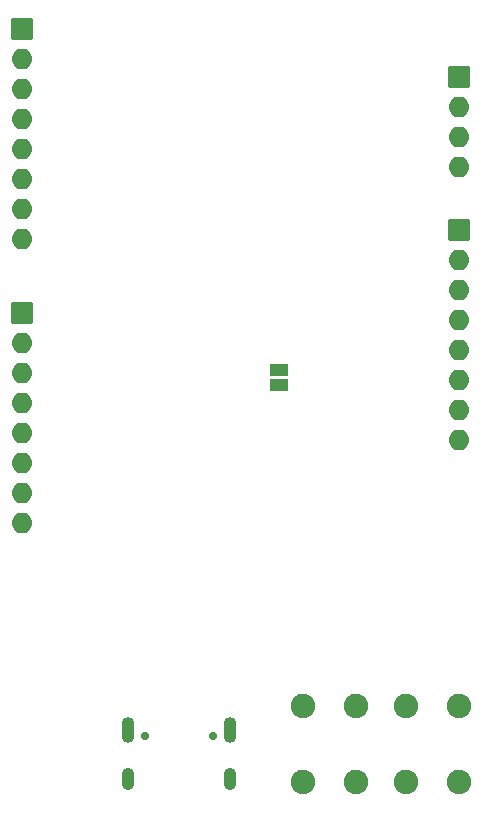
<source format=gbr>
%TF.GenerationSoftware,KiCad,Pcbnew,8.0.1-1.fc39*%
%TF.CreationDate,2024-05-03T11:27:30+02:00*%
%TF.ProjectId,esp32-board,65737033-322d-4626-9f61-72642e6b6963,rev?*%
%TF.SameCoordinates,Original*%
%TF.FileFunction,Soldermask,Bot*%
%TF.FilePolarity,Negative*%
%FSLAX46Y46*%
G04 Gerber Fmt 4.6, Leading zero omitted, Abs format (unit mm)*
G04 Created by KiCad (PCBNEW 8.0.1-1.fc39) date 2024-05-03 11:27:30*
%MOMM*%
%LPD*%
G01*
G04 APERTURE LIST*
G04 Aperture macros list*
%AMRoundRect*
0 Rectangle with rounded corners*
0 $1 Rounding radius*
0 $2 $3 $4 $5 $6 $7 $8 $9 X,Y pos of 4 corners*
0 Add a 4 corners polygon primitive as box body*
4,1,4,$2,$3,$4,$5,$6,$7,$8,$9,$2,$3,0*
0 Add four circle primitives for the rounded corners*
1,1,$1+$1,$2,$3*
1,1,$1+$1,$4,$5*
1,1,$1+$1,$6,$7*
1,1,$1+$1,$8,$9*
0 Add four rect primitives between the rounded corners*
20,1,$1+$1,$2,$3,$4,$5,0*
20,1,$1+$1,$4,$5,$6,$7,0*
20,1,$1+$1,$6,$7,$8,$9,0*
20,1,$1+$1,$8,$9,$2,$3,0*%
G04 Aperture macros list end*
%ADD10C,2.076000*%
%ADD11RoundRect,0.038000X-0.850000X-0.850000X0.850000X-0.850000X0.850000X0.850000X-0.850000X0.850000X0*%
%ADD12O,1.776000X1.776000*%
%ADD13C,0.726000*%
%ADD14O,1.076000X2.176000*%
%ADD15O,1.076000X1.876000*%
%ADD16RoundRect,0.038000X-0.750000X0.500000X-0.750000X-0.500000X0.750000X-0.500000X0.750000X0.500000X0*%
G04 APERTURE END LIST*
D10*
%TO.C,SW1*%
X151750000Y-80250000D03*
X151750000Y-86750000D03*
X147250000Y-80250000D03*
X147250000Y-86750000D03*
%TD*%
D11*
%TO.C,DP1*%
X123500000Y-23000000D03*
D12*
X123500000Y-25540000D03*
X123500000Y-28080000D03*
X123500000Y-30620000D03*
X123500000Y-33160000D03*
X123500000Y-35700000D03*
X123500000Y-38240000D03*
X123500000Y-40780000D03*
%TD*%
D13*
%TO.C,J3*%
X133910000Y-82795000D03*
X139690000Y-82795000D03*
D14*
X132480000Y-82295000D03*
D15*
X132480000Y-86475000D03*
D14*
X141120000Y-82295000D03*
D15*
X141120000Y-86475000D03*
%TD*%
D11*
%TO.C,J1*%
X160500000Y-40000000D03*
D12*
X160500000Y-42540000D03*
X160500000Y-45080000D03*
X160500000Y-47620000D03*
X160500000Y-50160000D03*
X160500000Y-52700000D03*
X160500000Y-55240000D03*
X160500000Y-57780000D03*
%TD*%
D11*
%TO.C,J5*%
X123500000Y-47000000D03*
D12*
X123500000Y-49540000D03*
X123500000Y-52080000D03*
X123500000Y-54620000D03*
X123500000Y-57160000D03*
X123500000Y-59700000D03*
X123500000Y-62240000D03*
X123500000Y-64780000D03*
%TD*%
D10*
%TO.C,SW2*%
X156000000Y-86750000D03*
X156000000Y-80250000D03*
X160500000Y-86750000D03*
X160500000Y-80250000D03*
%TD*%
D11*
%TO.C,J2*%
X160500000Y-27000000D03*
D12*
X160500000Y-29540000D03*
X160500000Y-32080000D03*
X160500000Y-34620000D03*
%TD*%
D16*
%TO.C,JP2*%
X145250000Y-51850000D03*
X145250000Y-53150000D03*
%TD*%
M02*

</source>
